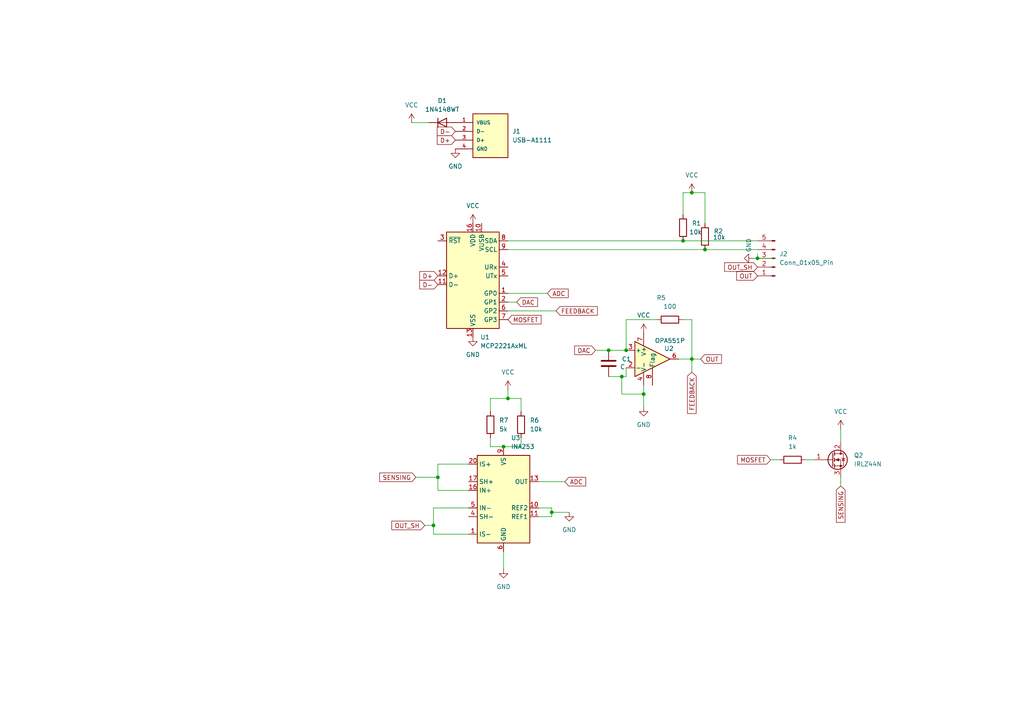
<source format=kicad_sch>
(kicad_sch (version 20250114) (generator "eeschema") (generator_version "9.0")
  (paper "A4")
  (lib_symbols
    (symbol "Amplifier_Current:INA253"
      (property "Reference" "U" (at -8.89 13.97 0))
      (property "Value" "INA253" (at 6.35 13.97 0))
      (symbol "INA253_0_1"
        (rectangle (start -7.62 12.7) (end 7.62 -12.7) (stroke (width 0.254)) (fill (type background)))
      )
      (symbol "INA253_1_1"
        (pin passive line (at -10.16 10.16 0) (length 2.54) (hide yes) (name "IS+") (number "18"))
        (pin passive line (at -10.16 10.16 0) (length 2.54) (hide yes) (name "IS+") (number "19"))
        (pin passive line (at -10.16 10.16 0) (length 2.54) (name "IS+") (number "20"))
        (pin passive line (at -10.16 5.08 0) (length 2.54) (name "SH+") (number "17"))
        (pin passive line (at -10.16 2.54 0) (length 2.54) (name "IN+") (number "16"))
        (pin passive line (at -10.16 -2.54 0) (length 2.54) (name "IN-") (number "5"))
        (pin passive line (at -10.16 -5.08 0) (length 2.54) (name "SH-") (number "4"))
        (pin passive line (at -10.16 -10.16 0) (length 2.54) (name "IS-") (number "1"))
        (pin passive line (at -10.16 -10.16 0) (length 2.54) (hide yes) (name "IS-") (number "2"))
        (pin passive line (at -10.16 -10.16 0) (length 2.54) (hide yes) (name "IS-") (number "3"))
        (pin power_in line (at 0 15.24 270) (length 2.54) (name "VS") (number "9"))
        (pin passive line (at 0 -15.24 90) (length 2.54) (hide yes) (name "GND") (number "15"))
        (pin power_in line (at 0 -15.24 90) (length 2.54) (name "GND") (number "6"))
        (pin no_connect line (at 7.62 10.16 180) (length 2.54) (hide yes) (name "DNC2") (number "14"))
        (pin no_connect line (at 7.62 7.62 180) (length 2.54) (hide yes) (name "DNC1") (number "7"))
        (pin no_connect line (at 7.62 2.54 180) (length 2.54) (hide yes) (name "NC") (number "8"))
        (pin no_connect line (at 7.62 0 180) (length 2.54) (hide yes) (name "NC") (number "12"))
        (pin output line (at 10.16 5.08 180) (length 2.54) (name "OUT") (number "13"))
        (pin passive line (at 10.16 -2.54 180) (length 2.54) (name "REF2") (number "10"))
        (pin passive line (at 10.16 -5.08 180) (length 2.54) (name "REF1") (number "11"))
      )
    )
    (symbol "Amplifier_Operational:OPA551P" (pin_names (offset 0.127))
      (property "Reference" "U" (at 5.08 7.62 0))
      (property "Value" "OPA551P" (at 5.08 5.08 0))
      (symbol "OPA551P_1_1"
        (polyline (pts (xy -5.08 5.08) (xy 5.08 0) (xy -5.08 -5.08) (xy -5.08 5.08)) (stroke (width 0.254)) (fill (type background)))
        (pin input line (at -7.62 2.54 0) (length 2.54) (name "+") (number "3"))
        (pin input line (at -7.62 -2.54 0) (length 2.54) (name "-") (number "2"))
        (pin power_in line (at -2.54 7.62 270) (length 3.81) (name "V+") (number "7"))
        (pin power_in line (at -2.54 -7.62 90) (length 3.81) (name "V-") (number "4"))
        (pin no_connect line (at 0 2.54 270) (length 3.81) (hide yes) (name "NC") (number "1"))
        (pin no_connect line (at 0 -2.54 90) (length 3.81) (hide yes) (name "NC") (number "5"))
        (pin output line (at 0 -7.62 90) (length 5.08) (name "Flag") (number "8"))
        (pin output line (at 7.62 0 180) (length 2.54) (name "~") (number "6"))
      )
    )
    (symbol "Connector:Conn_01x05_Pin" (pin_names (offset 1.016) (hide yes))
      (property "Reference" "J" (at 0 7.62 0))
      (property "Value" "Conn_01x05_Pin" (at 0 -7.62 0))
      (symbol "Conn_01x05_Pin_1_1"
        (rectangle (start 0.8636 5.207) (end 0 4.953) (stroke (width 0.1524)) (fill (type outline)))
        (rectangle (start 0.8636 2.667) (end 0 2.413) (stroke (width 0.1524)) (fill (type outline)))
        (rectangle (start 0.8636 0.127) (end 0 -0.127) (stroke (width 0.1524)) (fill (type outline)))
        (rectangle (start 0.8636 -2.413) (end 0 -2.667) (stroke (width 0.1524)) (fill (type outline)))
        (rectangle (start 0.8636 -4.953) (end 0 -5.207) (stroke (width 0.1524)) (fill (type outline)))
        (polyline (pts (xy 1.27 5.08) (xy 0.8636 5.08)) (stroke (width 0.1524)))
        (polyline (pts (xy 1.27 2.54) (xy 0.8636 2.54)) (stroke (width 0.1524)))
        (polyline (pts (xy 1.27 0) (xy 0.8636 0)) (stroke (width 0.1524)))
        (polyline (pts (xy 1.27 -2.54) (xy 0.8636 -2.54)) (stroke (width 0.1524)))
        (polyline (pts (xy 1.27 -5.08) (xy 0.8636 -5.08)) (stroke (width 0.1524)))
        (pin passive line (at 5.08 5.08 180) (length 3.81) (name "Pin_1") (number "1"))
        (pin passive line (at 5.08 2.54 180) (length 3.81) (name "Pin_2") (number "2"))
        (pin passive line (at 5.08 0 180) (length 3.81) (name "Pin_3") (number "3"))
        (pin passive line (at 5.08 -2.54 180) (length 3.81) (name "Pin_4") (number "4"))
        (pin passive line (at 5.08 -5.08 180) (length 3.81) (name "Pin_5") (number "5"))
      )
    )
    (symbol "Device:C" (pin_numbers (hide yes)) (pin_names (offset 0.254))
      (property "Reference" "C" (at 0.635 2.54 0))
      (property "Value" "C" (at 0.635 -2.54 0))
      (symbol "C_0_1"
        (polyline (pts (xy -2.032 0.762) (xy 2.032 0.762)) (stroke (width 0.508)))
        (polyline (pts (xy -2.032 -0.762) (xy 2.032 -0.762)) (stroke (width 0.508)))
      )
      (symbol "C_1_1"
        (pin passive line (at 0 3.81 270) (length 2.794) (name "~") (number "1"))
        (pin passive line (at 0 -3.81 90) (length 2.794) (name "~") (number "2"))
      )
    )
    (symbol "Device:R" (pin_numbers (hide yes)) (pin_names (offset 0))
      (property "Reference" "R" (at 2.032 0 90))
      (property "Value" "R" (at 0 0 90))
      (symbol "R_0_1"
        (rectangle (start -1.016 -2.54) (end 1.016 2.54) (stroke (width 0.254)))
      )
      (symbol "R_1_1"
        (pin passive line (at 0 3.81 270) (length 1.27) (name "~") (number "1"))
        (pin passive line (at 0 -3.81 90) (length 1.27) (name "~") (number "2"))
      )
    )
    (symbol "Diode:1N4148WT" (pin_numbers (hide yes)) (pin_names (hide yes))
      (property "Reference" "D" (at 0 2.54 0))
      (property "Value" "1N4148WT" (at 0 -2.54 0))
      (symbol "1N4148WT_0_1"
        (polyline (pts (xy -1.27 1.27) (xy -1.27 -1.27)) (stroke (width 0.254)))
        (polyline (pts (xy 1.27 1.27) (xy 1.27 -1.27) (xy -1.27 0) (xy 1.27 1.27)) (stroke (width 0.254)))
        (polyline (pts (xy 1.27 0) (xy -1.27 0)))
      )
      (symbol "1N4148WT_1_1"
        (pin passive line (at -3.81 0 0) (length 2.54) (name "K") (number "1"))
        (pin passive line (at 3.81 0 180) (length 2.54) (name "A") (number "2"))
      )
    )
    (symbol "Interface_USB:MCP2221AxML"
      (property "Reference" "U" (at -7.62 16.51 0))
      (property "Value" "MCP2221AxML" (at 12.7 16.51 0))
      (symbol "MCP2221AxML_0_1"
        (rectangle (start -7.62 15.24) (end 7.62 -12.7) (stroke (width 0.254)) (fill (type background)))
      )
      (symbol "MCP2221AxML_1_1"
        (pin input line (at -10.16 12.7 0) (length 2.54) (name "~{RST}") (number "3"))
        (pin bidirectional line (at -10.16 2.54 0) (length 2.54) (name "D+") (number "12"))
        (pin bidirectional line (at -10.16 0 0) (length 2.54) (name "D-") (number "11"))
        (pin no_connect line (at -7.62 -2.54 0) (length 2.54) (hide yes) (name "NC") (number "14"))
        (pin no_connect line (at -7.62 -5.08 0) (length 2.54) (hide yes) (name "NC") (number "15"))
        (pin no_connect line (at -7.62 -7.62 0) (length 2.54) (hide yes) (name "NC") (number "17"))
        (pin power_in line (at 0 17.78 270) (length 2.54) (name "VDD") (number "16"))
        (pin power_in line (at 0 -15.24 90) (length 2.54) (name "VSS") (number "13"))
        (pin passive line (at 2.54 17.78 270) (length 2.54) (name "VUSB") (number "10"))
        (pin bidirectional line (at 10.16 12.7 180) (length 2.54) (name "SDA") (number "8"))
        (pin bidirectional line (at 10.16 10.16 180) (length 2.54) (name "SCL") (number "9"))
        (pin input line (at 10.16 5.08 180) (length 2.54) (name "URx") (number "4"))
        (pin output line (at 10.16 2.54 180) (length 2.54) (name "UTx") (number "5"))
        (pin bidirectional line (at 10.16 -2.54 180) (length 2.54) (name "GP0") (number "1"))
        (pin bidirectional line (at 10.16 -5.08 180) (length 2.54) (name "GP1") (number "2"))
        (pin bidirectional line (at 10.16 -7.62 180) (length 2.54) (name "GP2") (number "6"))
        (pin bidirectional line (at 10.16 -10.16 180) (length 2.54) (name "GP3") (number "7"))
      )
    )
    (symbol "Transistor_FET:IRLZ44N" (pin_names (hide yes))
      (property "Reference" "Q" (at 5.08 1.905 0))
      (property "Value" "IRLZ44N" (at 5.08 0 0))
      (symbol "IRLZ44N_0_1"
        (polyline (pts (xy 0.254 1.905) (xy 0.254 -1.905)) (stroke (width 0.254)))
        (polyline (pts (xy 0.254 0) (xy -2.54 0)))
        (polyline (pts (xy 0.762 2.286) (xy 0.762 1.27)) (stroke (width 0.254)))
        (polyline (pts (xy 0.762 0.508) (xy 0.762 -0.508)) (stroke (width 0.254)))
        (polyline (pts (xy 0.762 -1.27) (xy 0.762 -2.286)) (stroke (width 0.254)))
        (polyline (pts (xy 0.762 -1.778) (xy 3.302 -1.778) (xy 3.302 1.778) (xy 0.762 1.778)))
        (polyline (pts (xy 1.016 0) (xy 2.032 0.381) (xy 2.032 -0.381) (xy 1.016 0)) (fill (type outline)))
        (circle (center 1.651 0) (radius 2.794) (stroke (width 0.254)))
        (polyline (pts (xy 2.54 2.54) (xy 2.54 1.778)))
        (circle (center 2.54 1.778) (radius 0.254) (fill (type outline)))
        (circle (center 2.54 -1.778) (radius 0.254) (fill (type outline)))
        (polyline (pts (xy 2.54 -2.54) (xy 2.54 0) (xy 0.762 0)))
        (polyline (pts (xy 2.794 0.508) (xy 2.921 0.381) (xy 3.683 0.381) (xy 3.81 0.254)))
        (polyline (pts (xy 3.302 0.381) (xy 2.921 -0.254) (xy 3.683 -0.254) (xy 3.302 0.381)))
      )
      (symbol "IRLZ44N_1_1"
        (pin input line (at -5.08 0 0) (length 2.54) (name "G") (number "1"))
        (pin passive line (at 2.54 5.08 270) (length 2.54) (name "D") (number "2"))
        (pin passive line (at 2.54 -5.08 90) (length 2.54) (name "S") (number "3"))
      )
    )
    (symbol "USB-A1HSW6:USB-A1111" (pin_names (offset 1.016))
      (property "Reference" "J" (at -5.0818 8.898 0))
      (property "Value" "USB-A1111" (at -5.0836 -7.6344 0))
      (symbol "USB-A1111_0_0"
        (rectangle (start -5.08 -5.08) (end 5.08 7.62) (stroke (width 0.254)) (fill (type background)))
        (pin power_in line (at -10.16 5.08 0) (length 5.08) (name "VBUS") (number "1"))
        (pin bidirectional line (at -10.16 2.54 0) (length 5.08) (name "D-") (number "2"))
        (pin bidirectional line (at -10.16 0 0) (length 5.08) (name "D+") (number "3"))
        (pin power_in line (at -10.16 -2.54 0) (length 5.08) (name "GND") (number "4"))
      )
    )
    (symbol "power:GND" (power) (pin_numbers (hide yes)) (pin_names (offset 0) (hide yes))
      (property "Value" "GND" (at 0 -3.81 0))
      (symbol "GND_0_1"
        (polyline (pts (xy 0 0) (xy 0 -1.27) (xy 1.27 -1.27) (xy 0 -2.54) (xy -1.27 -1.27) (xy 0 -1.27)))
      )
      (symbol "GND_1_1"
        (pin power_in line (at 0 0 270) (length 0) (name "~") (number "1"))
      )
    )
    (symbol "power:VCC" (power) (pin_numbers (hide yes)) (pin_names (offset 0) (hide yes))
      (property "Value" "VCC" (at 0 3.556 0))
      (symbol "VCC_0_1"
        (polyline (pts (xy -0.762 1.27) (xy 0 2.54)))
        (polyline (pts (xy 0 2.54) (xy 0.762 1.27)))
        (polyline (pts (xy 0 0) (xy 0 2.54)))
      )
      (symbol "VCC_1_1"
        (pin power_in line (at 0 0 90) (length 0) (name "~") (number "1"))
      )
    )
  )
  (junction (at 219.71 74.93))
  (junction (at 186.69 114.3))
  (junction (at 127 138.43))
  (junction (at 200.66 104.14))
  (junction (at 198.12 69.85))
  (junction (at 147.32 115.57))
  (junction (at 180.34 109.22))
  (junction (at 146.05 129.54))
  (junction (at 125.73 152.4))
  (junction (at 160.02 148.59))
  (junction (at 204.47 72.39))
  (junction (at 181.61 101.6))
  (junction (at 176.53 101.6))
  (junction (at 200.66 55.88))
  (wire (pts (xy 204.47 72.39) (xy 219.71 72.39)))
  (wire (pts (xy 127 138.43) (xy 127 134.62)))
  (wire (pts (xy 147.32 72.39) (xy 204.47 72.39)))
  (wire (pts (xy 180.34 114.3) (xy 186.69 114.3)))
  (wire (pts (xy 176.53 109.22) (xy 180.34 109.22)))
  (wire (pts (xy 146.05 165.1) (xy 146.05 160.02)))
  (wire (pts (xy 181.61 92.71) (xy 190.5 92.71)))
  (wire (pts (xy 147.32 85.09) (xy 158.75 85.09)))
  (wire (pts (xy 198.12 55.88) (xy 200.66 55.88)))
  (wire (pts (xy 151.13 129.54) (xy 146.05 129.54)))
  (wire (pts (xy 186.69 114.3) (xy 186.69 118.11)))
  (wire (pts (xy 181.61 106.68) (xy 181.61 109.22)))
  (wire (pts (xy 186.69 111.76) (xy 186.69 114.3)))
  (wire (pts (xy 151.13 127) (xy 151.13 129.54)))
  (wire (pts (xy 198.12 69.85) (xy 219.71 69.85)))
  (wire (pts (xy 226.06 133.35) (xy 223.52 133.35)))
  (wire (pts (xy 176.53 101.6) (xy 181.61 101.6)))
  (wire (pts (xy 123.19 152.4) (xy 125.73 152.4)))
  (wire (pts (xy 125.73 147.32) (xy 135.89 147.32)))
  (wire (pts (xy 156.21 149.86) (xy 160.02 149.86)))
  (wire (pts (xy 219.71 73.66) (xy 219.71 74.93)))
  (wire (pts (xy 147.32 113.03) (xy 147.32 115.57)))
  (wire (pts (xy 172.72 101.6) (xy 176.53 101.6)))
  (wire (pts (xy 243.84 124.46) (xy 243.84 128.27)))
  (wire (pts (xy 142.24 119.38) (xy 142.24 115.57)))
  (wire (pts (xy 181.61 101.6) (xy 181.61 92.71)))
  (wire (pts (xy 142.24 127) (xy 142.24 129.54)))
  (wire (pts (xy 120.65 138.43) (xy 127 138.43)))
  (wire (pts (xy 142.24 115.57) (xy 147.32 115.57)))
  (wire (pts (xy 219.71 74.93) (xy 224.79 74.93)))
  (wire (pts (xy 204.47 55.88) (xy 204.47 64.77)))
  (wire (pts (xy 149.86 87.63) (xy 147.32 87.63)))
  (wire (pts (xy 147.32 115.57) (xy 151.13 115.57)))
  (wire (pts (xy 180.34 109.22) (xy 181.61 109.22)))
  (wire (pts (xy 135.89 154.94) (xy 125.73 154.94)))
  (wire (pts (xy 200.66 104.14) (xy 203.2 104.14)))
  (wire (pts (xy 127 134.62) (xy 135.89 134.62)))
  (wire (pts (xy 161.29 90.17) (xy 147.32 90.17)))
  (wire (pts (xy 198.12 92.71) (xy 200.66 92.71)))
  (wire (pts (xy 160.02 149.86) (xy 160.02 148.59)))
  (wire (pts (xy 142.24 129.54) (xy 146.05 129.54)))
  (wire (pts (xy 200.66 107.95) (xy 200.66 104.14)))
  (wire (pts (xy 200.66 55.88) (xy 204.47 55.88)))
  (wire (pts (xy 125.73 152.4) (xy 125.73 147.32)))
  (wire (pts (xy 233.68 133.35) (xy 236.22 133.35)))
  (wire (pts (xy 160.02 147.32) (xy 156.21 147.32)))
  (wire (pts (xy 163.83 139.7) (xy 156.21 139.7)))
  (wire (pts (xy 147.32 69.85) (xy 198.12 69.85)))
  (wire (pts (xy 119.38 35.56) (xy 124.46 35.56)))
  (wire (pts (xy 196.85 104.14) (xy 200.66 104.14)))
  (wire (pts (xy 180.34 109.22) (xy 180.34 114.3)))
  (wire (pts (xy 200.66 92.71) (xy 200.66 104.14)))
  (wire (pts (xy 135.89 142.24) (xy 127 142.24)))
  (wire (pts (xy 127 142.24) (xy 127 138.43)))
  (wire (pts (xy 160.02 148.59) (xy 165.1 148.59)))
  (wire (pts (xy 243.84 140.97) (xy 243.84 138.43)))
  (wire (pts (xy 151.13 115.57) (xy 151.13 119.38)))
  (wire (pts (xy 160.02 148.59) (xy 160.02 147.32)))
  (wire (pts (xy 198.12 62.23) (xy 198.12 55.88)))
  (wire (pts (xy 125.73 154.94) (xy 125.73 152.4)))
  (wire (pts (xy 218.44 74.93) (xy 219.71 74.93)))
  (global_label "SENSING" (shape input) (at 120.65 138.43 180) (property "Intersheetrefs" "${INTERSHEET_REFS}" (effects (hide yes))))
  (global_label "DAC" (shape input) (at 172.72 101.6 180) (property "Intersheetrefs" "${INTERSHEET_REFS}" (effects (hide yes))))
  (global_label "ADC" (shape input) (at 158.75 85.09 0) (property "Intersheetrefs" "${INTERSHEET_REFS}" (effects (hide yes))))
  (global_label "D+" (shape input) (at 127 80.01 180) (property "Intersheetrefs" "${INTERSHEET_REFS}" (effects (hide yes))))
  (global_label "MOSFET" (shape input) (at 147.32 92.71 0) (property "Intersheetrefs" "${INTERSHEET_REFS}" (effects (hide yes))))
  (global_label "MOSFET" (shape input) (at 223.52 133.35 180) (property "Intersheetrefs" "${INTERSHEET_REFS}" (effects (hide yes))))
  (global_label "SENSING" (shape input) (at 243.84 140.97 270) (property "Intersheetrefs" "${INTERSHEET_REFS}" (effects (hide yes))))
  (global_label "OUT" (shape input) (at 219.71 80.01 180) (property "Intersheetrefs" "${INTERSHEET_REFS}" (effects (hide yes))))
  (global_label "D+" (shape input) (at 132.08 40.64 180) (property "Intersheetrefs" "${INTERSHEET_REFS}" (effects (hide yes))))
  (global_label "D-" (shape input) (at 127 82.55 180) (property "Intersheetrefs" "${INTERSHEET_REFS}" (effects (hide yes))))
  (global_label "OUT_SH" (shape input) (at 123.19 152.4 180) (property "Intersheetrefs" "${INTERSHEET_REFS}" (effects (hide yes))))
  (global_label "FEEDBACK" (shape input) (at 161.29 90.17 0) (property "Intersheetrefs" "${INTERSHEET_REFS}" (effects (hide yes))))
  (global_label "DAC" (shape input) (at 149.86 87.63 0) (property "Intersheetrefs" "${INTERSHEET_REFS}" (effects (hide yes))))
  (global_label "OUT" (shape input) (at 203.2 104.14 0) (property "Intersheetrefs" "${INTERSHEET_REFS}" (effects (hide yes))))
  (global_label "OUT_SH" (shape input) (at 219.71 77.47 180) (property "Intersheetrefs" "${INTERSHEET_REFS}" (effects (hide yes))))
  (global_label "ADC" (shape input) (at 163.83 139.7 0) (property "Intersheetrefs" "${INTERSHEET_REFS}" (effects (hide yes))))
  (global_label "FEEDBACK" (shape input) (at 200.66 107.95 270) (property "Intersheetrefs" "${INTERSHEET_REFS}" (effects (hide yes))))
  (global_label "D-" (shape input) (at 132.08 38.1 180) (property "Intersheetrefs" "${INTERSHEET_REFS}" (effects (hide yes))))
  (symbol (lib_id "power:GND") (at 132.08 43.18 0) (unit 1)
    (property "Reference" "#PWR02" (effects (hide yes)))
    (property "Value" "GND" (at 132.08 48.26 0))
    (property "Description" "Power symbol creates a global label with name \"GND\" , ground" (effects (hide yes)))
  )
  (symbol (lib_id "power:VCC") (at 200.66 55.88 0) (unit 1)
    (property "Reference" "#PWR05" (effects (hide yes)))
    (property "Value" "VCC" (at 200.66 50.8 0))
    (property "Description" "Power symbol creates a global label with name \"VCC\"" (effects (hide yes)))
  )
  (symbol (lib_id "Device:R") (at 198.12 66.04 0) (unit 1)
    (property "Reference" "R1" (at 200.66 64.7699 0) (effects (justify left)))
    (property "Value" "10k" (at 199.898 67.31 0) (effects (justify left)))
    (property "Footprint" "Resistor_SMD:R_0603_1608Metric" (effects (hide yes)))
    (property "Description" "Resistor" (effects (hide yes)))
  )
  (symbol (lib_id "Device:R") (at 229.87 133.35 90) (unit 1)
    (property "Reference" "R4" (at 229.87 127 90))
    (property "Value" "1k" (at 229.87 129.54 90))
    (property "Footprint" "Resistor_SMD:R_0603_1608Metric" (effects (hide yes)))
    (property "Description" "Resistor" (effects (hide yes)))
  )
  (symbol (lib_id "Device:R") (at 194.31 92.71 90) (unit 1)
    (property "Reference" "R5" (at 191.77 86.36 90))
    (property "Value" "100" (at 194.31 88.9 90))
    (property "Footprint" "Resistor_SMD:R_0201_0603Metric" (effects (hide yes)))
    (property "Description" "Resistor" (effects (hide yes)))
  )
  (symbol (lib_id "power:GND") (at 186.69 118.11 0) (unit 1)
    (property "Reference" "#PWR08" (effects (hide yes)))
    (property "Value" "GND" (at 186.69 123.19 0))
    (property "Description" "Power symbol creates a global label with name \"GND\" , ground" (effects (hide yes)))
  )
  (symbol (lib_id "Connector:Conn_01x05_Pin") (at 224.79 74.93 180) (unit 1)
    (property "Reference" "J2" (at 226.06 73.6599 0) (effects (justify right)))
    (property "Value" "Conn_01x05_Pin" (at 226.06 76.1999 0) (effects (justify right)))
    (property "Footprint" "Connector_Hirose:Hirose_DF13-05P-1.25DSA_1x05_P1.25mm_Vertical" (effects (hide yes)))
    (property "Description" "Generic connector, single row, 01x05, script generated" (effects (hide yes)))
  )
  (symbol (lib_id "Transistor_FET:IRLZ44N") (at 241.3 133.35 0) (unit 1)
    (property "Reference" "Q2" (at 247.65 132.0799 0) (effects (justify left)))
    (property "Value" "IRLZ44N" (at 247.65 134.6199 0) (effects (justify left)))
    (property "Footprint" "Package_TO_SOT_THT:TO-220-3_Vertical" (effects (hide yes)))
    (property "Datasheet" "http://www.irf.com/product-info/datasheets/data/irlz44n.pdf" (effects (hide yes)))
    (property "Description" "47A Id, 55V Vds, 22mOhm Rds Single N-Channel HEXFET Power MOSFET, TO-220AB" (effects (hide yes)))
  )
  (symbol (lib_id "power:VCC") (at 119.38 35.56 0) (unit 1)
    (property "Reference" "#PWR01" (effects (hide yes)))
    (property "Value" "VCC" (at 119.38 30.48 0))
    (property "Description" "Power symbol creates a global label with name \"VCC\"" (effects (hide yes)))
  )
  (symbol (lib_id "Amplifier_Current:INA253") (at 146.05 144.78 0) (unit 1)
    (property "Reference" "U3" (at 148.1933 127 0) (effects (justify left)))
    (property "Value" "INA253" (at 148.1933 129.54 0) (effects (justify left)))
    (property "Footprint" "Package_SO:TSSOP-20_4.4x6.5mm_P0.65mm" (effects (hide yes)))
    (property "Datasheet" "http://www.ti.com/lit/ds/symlink/ina253.pdf" (effects (hide yes)))
    (property "Description" "High Voltage, Bidirectional, Zero-Drift, Current-ShuntMonitor With Integrated, 2-mΩ, Precision, Low Inductive Shunt Resistor, TSSOP-20" (effects (hide yes)))
  )
  (symbol (lib_id "Amplifier_Operational:OPA551P") (at 189.23 104.14 0) (unit 1)
    (property "Reference" "U2" (at 194.056 101.092 0))
    (property "Value" "OPA551P" (at 194.31 98.806 0))
    (property "Footprint" "Package_DIP:DIP-8_W7.62mm" (effects (hide yes)))
    (property "Datasheet" "http://www.ti.com/lit/ds/symlink/opa551.pdf" (effects (hide yes)))
    (property "Description" "High-Voltage High-Current Operational Amplifier, bandwidth 3MHz, slew-rate 15V/us, DIP-8" (effects (hide yes)))
  )
  (symbol (lib_id "Device:R") (at 142.24 123.19 0) (unit 1)
    (property "Reference" "R7" (at 144.78 121.9199 0) (effects (justify left)))
    (property "Value" "5k" (at 144.78 124.4599 0) (effects (justify left)))
    (property "Description" "Resistor" (effects (hide yes)))
  )
  (symbol (lib_id "power:GND") (at 165.1 148.59 0) (unit 1)
    (property "Reference" "#PWR013" (effects (hide yes)))
    (property "Value" "GND" (at 165.1 153.67 0))
    (property "Description" "Power symbol creates a global label with name \"GND\" , ground" (effects (hide yes)))
  )
  (symbol (lib_id "power:GND") (at 137.16 97.79 0) (unit 1)
    (property "Reference" "#PWR03" (effects (hide yes)))
    (property "Value" "GND" (at 137.16 102.87 0))
    (property "Description" "Power symbol creates a global label with name \"GND\" , ground" (effects (hide yes)))
  )
  (symbol (lib_id "Diode:1N4148WT") (at 128.27 35.56 0) (unit 1)
    (property "Reference" "D1" (at 128.27 29.21 0))
    (property "Value" "1N4148WT" (at 128.27 31.75 0))
    (property "Footprint" "Diode_SMD:D_SOD-523" (effects (hide yes)))
    (property "Datasheet" "https://www.diodes.com/assets/Datasheets/ds30396.pdf" (effects (hide yes)))
    (property "Description" "75V 0.15A Fast switching Diode, SOD-523" (effects (hide yes)))
    (property "Sim.Device" "D" (effects (hide yes)))
    (property "Sim.Pins" "1=K 2=A" (effects (hide yes)))
  )
  (symbol (lib_id "USB-A1HSW6:USB-A1111") (at 142.24 40.64 0) (unit 1)
    (property "Reference" "J1" (at 148.59 38.0999 0) (effects (justify left)))
    (property "Value" "USB-A1111" (at 148.59 40.6399 0) (effects (justify left)))
    (property "Footprint" "USB-A1HSW6:OST_USB-A1HSW6" (effects (hide yes)))
    (property "MF" "On Shore" (effects (hide yes)))
    (property "MAXIMUM_PACKAGE_HEIGHT" "7.1 mm" (effects (hide yes)))
    (property "Package" "None" (effects (hide yes)))
    (property "Price" "None" (effects (hide yes)))
    (property "Check_prices" "https://www.snapeda.com/parts/USB-A1HSW6/ON/view-part/?ref=eda" (effects (hide yes)))
    (property "STANDARD" "Manufacturer Recommendations" (effects (hide yes)))
    (property "PARTREV" "A" (effects (hide yes)))
    (property "SnapEDA_Link" "https://www.snapeda.com/parts/USB-A1HSW6/ON/view-part/?ref=snap" (effects (hide yes)))
    (property "MP" "USB-A1HSW6" (effects (hide yes)))
    (property "Description_1" "USB-A (USB TYPE-A) - Receptacle Connector 4 Position Through Hole, Right Angle" (effects (hide yes)))
    (property "Availability" "In Stock" (effects (hide yes)))
    (property "MANUFACTURER" "On Shore" (effects (hide yes)))
  )
  (symbol (lib_id "Interface_USB:MCP2221AxML") (at 137.16 82.55 0) (unit 1)
    (property "Reference" "U1" (at 139.3033 97.79 0) (effects (justify left)))
    (property "Value" "MCP2221AxML" (at 139.3033 100.33 0) (effects (justify left)))
    (property "Footprint" "Package_DFN_QFN:QFN-16-1EP_4x4mm_P0.65mm_EP2.5x2.5mm" (effects (hide yes)))
    (property "Datasheet" "http://ww1.microchip.com/downloads/en/DeviceDoc/20005565B.pdf" (effects (hide yes)))
    (property "Description" "USB to I2C/UART Protocol Converter with GPIO, QFN-16" (effects (hide yes)))
  )
  (symbol (lib_id "power:VCC") (at 137.16 64.77 0) (unit 1)
    (property "Reference" "#PWR04" (effects (hide yes)))
    (property "Value" "VCC" (at 137.16 59.69 0))
    (property "Description" "Power symbol creates a global label with name \"VCC\"" (effects (hide yes)))
  )
  (symbol (lib_id "power:VCC") (at 243.84 124.46 0) (unit 1)
    (property "Reference" "#PWR07" (effects (hide yes)))
    (property "Value" "VCC" (at 243.84 119.38 0))
    (property "Description" "Power symbol creates a global label with name \"VCC\"" (effects (hide yes)))
  )
  (symbol (lib_id "power:GND") (at 218.44 74.93 270) (unit 1)
    (property "Reference" "#PWR06" (effects (hide yes)))
    (property "Value" "GND" (at 217.17 71.12 0))
    (property "Description" "Power symbol creates a global label with name \"GND\" , ground" (effects (hide yes)))
  )
  (symbol (lib_id "Device:C") (at 176.53 105.41 0) (unit 1)
    (property "Reference" "C1" (at 180.34 104.14 0) (effects (justify left)))
    (property "Value" "C" (at 179.832 106.426 0) (effects (justify left)))
    (property "Footprint" "Capacitor_SMD:C_0603_1608Metric" (effects (hide yes)))
    (property "Description" "Unpolarized capacitor" (effects (hide yes)))
  )
  (symbol (lib_id "Device:R") (at 151.13 123.19 0) (unit 1)
    (property "Reference" "R6" (at 153.67 121.9199 0) (effects (justify left)))
    (property "Value" "10k" (at 153.67 124.4599 0) (effects (justify left)))
    (property "Footprint" "Resistor_SMD:R_0603_1608Metric" (effects (hide yes)))
    (property "Description" "Resistor" (effects (hide yes)))
  )
  (symbol (lib_id "power:VCC") (at 147.32 113.03 0) (unit 1)
    (property "Reference" "#PWR012" (effects (hide yes)))
    (property "Value" "VCC" (at 147.32 107.95 0))
    (property "Description" "Power symbol creates a global label with name \"VCC\"" (effects (hide yes)))
  )
  (symbol (lib_id "power:VCC") (at 186.69 96.52 0) (unit 1)
    (property "Reference" "#PWR09" (effects (hide yes)))
    (property "Value" "VCC" (at 186.69 91.44 0))
    (property "Description" "Power symbol creates a global label with name \"VCC\"" (effects (hide yes)))
  )
  (symbol (lib_id "Device:R") (at 204.47 68.58 0) (unit 1)
    (property "Reference" "R2" (at 207.01 67.056 0) (effects (justify left)))
    (property "Value" "10k" (at 206.756 68.834 0) (effects (justify left)))
    (property "Description" "Resistor" (effects (hide yes)))
  )
  (symbol (lib_id "power:GND") (at 146.05 165.1 0) (unit 1)
    (property "Reference" "#PWR011" (effects (hide yes)))
    (property "Value" "GND" (at 146.05 170.18 0))
    (property "Description" "Power symbol creates a global label with name \"GND\" , ground" (effects (hide yes)))
  )
)
</source>
